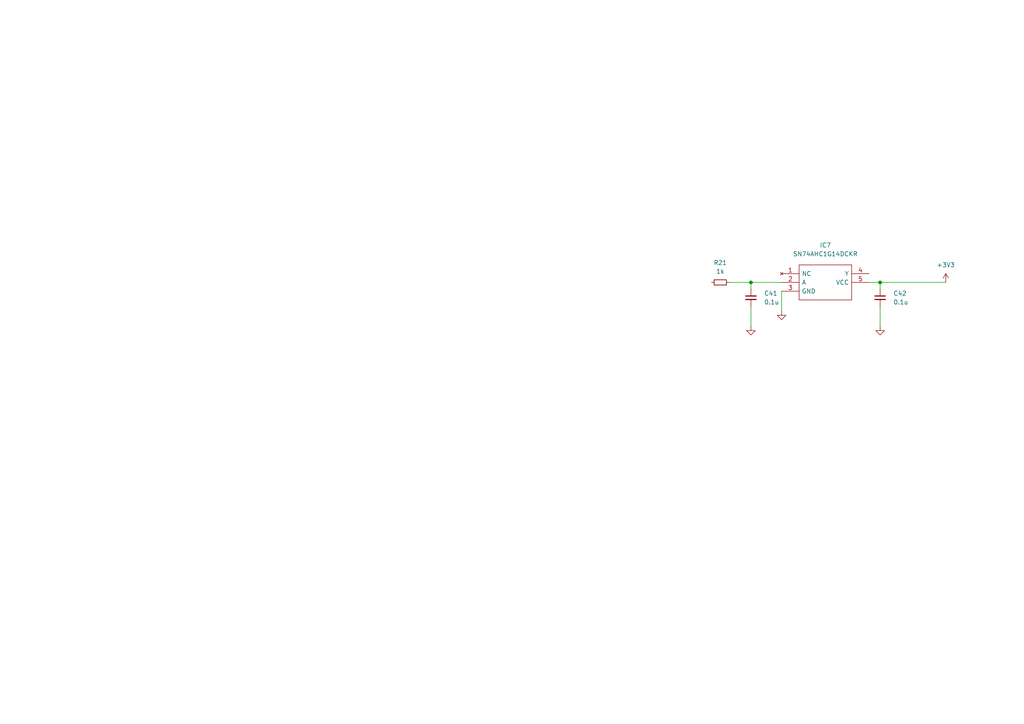
<source format=kicad_sch>
(kicad_sch (version 20211123) (generator eeschema)
  (paper "A4")
  (lib_symbols
    (symbol "Device:C_Small" (pin_numbers hide) (pin_names (offset 0.254) hide)
      (property "Reference" "C" (at 0.254 1.778 0))
      (property "Value" "C_Small" (at 0.254 -2.032 0))
      (symbol "C_Small_0_1"
        (polyline (pts (xy -1.524 -0.508) (xy 1.524 -0.508)) (stroke (width 0.3302)))
        (polyline (pts (xy -1.524 0.508) (xy 1.524 0.508)) (stroke (width 0.3048)))
      )
      (symbol "C_Small_1_1"
        (pin passive line (at 0 2.54 270) (length 2.032) (name "~") (number "1"))
        (pin passive line (at 0 -2.54 90) (length 2.032) (name "~") (number "2"))
      )
    )
    (symbol "Device:R_Small" (pin_numbers hide) (pin_names (offset 0.254) hide)
      (property "Reference" "R" (at 0.762 0.508 0))
      (property "Value" "R_Small" (at 0.762 -1.016 0))
      (symbol "R_Small_0_1"
        (rectangle (start -0.762 1.778) (end 0.762 -1.778) (stroke (width 0.2032)))
      )
      (symbol "R_Small_1_1"
        (pin passive line (at 0 2.54 270) (length 0.762) (name "~") (number "1"))
        (pin passive line (at 0 -2.54 90) (length 0.762) (name "~") (number "2"))
      )
    )
    (symbol "SamacSys_Parts:SN74AHC1G14DCKR" (pin_names (offset 0.762))
      (property "Reference" "IC" (at 21.59 7.62 0))
      (property "Value" "SN74AHC1G14DCKR" (at 21.59 5.08 0))
      (symbol "SN74AHC1G14DCKR_0_0"
        (pin no_connect line (at 0 0 0) (length 5.08) (name "NC") (number "1"))
        (pin passive line (at 0 -2.54 0) (length 5.08) (name "A") (number "2"))
        (pin passive line (at 0 -5.08 0) (length 5.08) (name "GND") (number "3"))
        (pin passive line (at 25.4 0 180) (length 5.08) (name "Y") (number "4"))
        (pin passive line (at 25.4 -2.54 180) (length 5.08) (name "VCC") (number "5"))
      )
      (symbol "SN74AHC1G14DCKR_0_1"
        (polyline (pts (xy 5.08 2.54) (xy 20.32 2.54) (xy 20.32 -7.62) (xy 5.08 -7.62) (xy 5.08 2.54)) (stroke (width 0.1524)))
      )
    )
    (symbol "power:+3V3" (power) (pin_names (offset 0))
      (property "Value" "+3V3" (at 0 3.556 0))
      (symbol "+3V3_0_1"
        (polyline (pts (xy -0.762 1.27) (xy 0 2.54)))
        (polyline (pts (xy 0 0) (xy 0 2.54)))
        (polyline (pts (xy 0 2.54) (xy 0.762 1.27)))
      )
      (symbol "+3V3_1_1"
        (pin power_in line (at 0 0 90) (length 0) hide (name "+3V3") (number "1"))
      )
    )
    (symbol "power:GND" (power) (pin_names (offset 0))
      (property "Value" "GND" (at 0 -3.81 0))
      (symbol "GND_0_1"
        (polyline (pts (xy 0 0) (xy 0 -1.27) (xy 1.27 -1.27) (xy 0 -2.54) (xy -1.27 -1.27) (xy 0 -1.27)))
      )
      (symbol "GND_1_1"
        (pin power_in line (at 0 0 270) (length 0) hide (name "GND") (number "1"))
      )
    )
  )
  (junction (at 255.27 81.915))
  (junction (at 217.805 81.915))
  (wire (pts (xy 211.455 81.915) (xy 217.805 81.915)))
  (wire (pts (xy 226.695 90.17) (xy 226.695 84.455)))
  (wire (pts (xy 252.095 81.915) (xy 255.27 81.915)))
  (wire (pts (xy 217.805 81.915) (xy 217.805 83.82)))
  (wire (pts (xy 217.805 94.615) (xy 217.805 88.9)))
  (wire (pts (xy 217.805 81.915) (xy 226.695 81.915)))
  (wire (pts (xy 255.27 81.915) (xy 274.32 81.915)))
  (wire (pts (xy 255.27 94.615) (xy 255.27 88.9)))
  (wire (pts (xy 255.27 81.915) (xy 255.27 83.82)))
  (symbol (lib_id "Device:R_Small") (at 208.915 81.915 90) (unit 1)
    (property "Reference" "R21" (at 208.915 76.2 90))
    (property "Value" "1k" (at 208.915 78.74 90))
    (property "Footprint" "Resistor_SMD:R_0805_2012Metric" (effects hide))
    (property "Mouser" "https://eu.mouser.com/ProductDetail/Vishay-Dale/CRCW08051K00FKEAC?qs=CZ6xfwOSLTXmQIgaYvN%2FBA%3D%3D" (effects hide))
  )
  (symbol (lib_id "Device:C_Small") (at 217.805 86.36 0) (unit 1)
    (property "Reference" "C41" (at 221.615 85.0962 0) (effects (justify left)))
    (property "Value" "0.1u" (at 221.615 87.6362 0) (effects (justify left)))
    (property "Footprint" "Capacitor_SMD:C_0805_2012Metric" (effects hide))
    (property "Mouser" "https://eu.mouser.com/ProductDetail/KEMET/C0805C104K5RACTU?qs=Pc30aiB8zWUISNb2Qeyxfw%3D%3D" (effects hide))
  )
  (symbol (lib_id "power:+3V3") (at 274.32 81.915 0) (unit 1)
    (property "Reference" "#PWR0182" (effects hide))
    (property "Value" "+3V3" (at 274.32 76.835 0))
  )
  (symbol (lib_id "SamacSys_Parts:SN74AHC1G14DCKR") (at 226.695 79.375 0) (unit 1)
    (property "Reference" "IC7" (at 239.395 71.12 0))
    (property "Value" "SN74AHC1G14DCKR" (at 239.395 73.66 0))
    (property "Footprint" "SOT65P210X110-5N" (effects hide))
    (property "Datasheet" "http://www.ti.com/lit/ds/symlink/sn74ahc1g14.pdf" (effects hide))
    (property "Description" "SN74AHC1G14DCK hex inverter w/schmitt" (effects hide))
    (property "Height" "1.1" (effects hide))
    (property "Mouser Part Number" "595-SN74AHC1G14DCKR" (effects hide))
    (property "Mouser Price/Stock" "https://www.mouser.co.uk/ProductDetail/Texas-Instruments/SN74AHC1G14DCKR?qs=YhsVCygOPE3cGMcDGKIISg%3D%3D" (effects hide))
    (property "Manufacturer_Name" "Texas Instruments" (effects hide))
    (property "Manufacturer_Part_Number" "SN74AHC1G14DCKR" (effects hide))
  )
  (symbol (lib_id "power:GND") (at 226.695 90.17 0) (unit 1) (in_bom no)
    (property "Reference" "#PWR0181" (effects hide))
    (property "Value" "GND" (effects hide))
  )
  (symbol (lib_id "Device:C_Small") (at 255.27 86.36 0) (unit 1)
    (property "Reference" "C42" (at 259.08 85.0962 0) (effects (justify left)))
    (property "Value" "0.1u" (at 259.08 87.6362 0) (effects (justify left)))
    (property "Footprint" "Capacitor_SMD:C_0805_2012Metric" (effects hide))
    (property "Mouser" "https://eu.mouser.com/ProductDetail/KEMET/C0805C104K5RACTU?qs=Pc30aiB8zWUISNb2Qeyxfw%3D%3D" (effects hide))
  )
  (symbol (lib_id "power:GND") (at 255.27 94.615 0) (unit 1) (in_bom no)
    (property "Reference" "#PWR0183" (effects hide))
    (property "Value" "GND" (effects hide))
  )
  (symbol (lib_id "power:GND") (at 217.805 94.615 0) (unit 1) (in_bom no)
    (property "Reference" "#PWR0180" (effects hide))
    (property "Value" "GND" (effects hide))
  )
)
</source>
